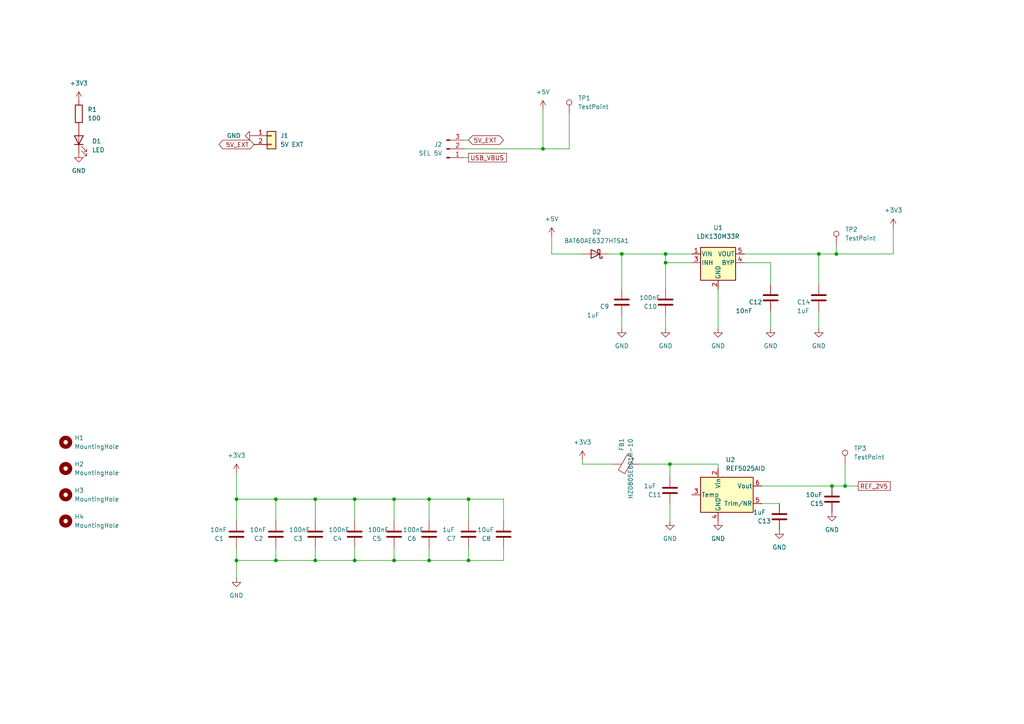
<source format=kicad_sch>
(kicad_sch (version 20231120) (generator "eeschema") (generator_version "8.0")
  (paper "A4")
  (lib_symbols
    (symbol "Connector:Conn_01x03_Male" (pin_names (offset 1.016) hide)
      (property "Reference" "J" (at 0 5.08 0))
      (property "Value" "Conn_01x03_Male" (at 0 -5.08 0))
      (symbol "Conn_01x03_Male_1_1"
        (polyline (pts (xy 1.27 -2.54) (xy 0.8636 -2.54)) (stroke (width 0.1524)))
        (polyline (pts (xy 1.27 0) (xy 0.8636 0)) (stroke (width 0.1524)))
        (polyline (pts (xy 1.27 2.54) (xy 0.8636 2.54)) (stroke (width 0.1524)))
        (rectangle (start 0.8636 -2.413) (end 0 -2.667) (stroke (width 0.1524)) (fill (type outline)))
        (rectangle (start 0.8636 0.127) (end 0 -0.127) (stroke (width 0.1524)) (fill (type outline)))
        (rectangle (start 0.8636 2.667) (end 0 2.413) (stroke (width 0.1524)) (fill (type outline)))
        (pin passive line (at 5.08 2.54 180) (length 3.81) (name "Pin_1") (number "1"))
        (pin passive line (at 5.08 0 180) (length 3.81) (name "Pin_2") (number "2"))
        (pin passive line (at 5.08 -2.54 180) (length 3.81) (name "Pin_3") (number "3"))
      )
    )
    (symbol "Connector:TestPoint" (pin_numbers hide) (pin_names (offset 0.762) hide)
      (property "Reference" "TP" (at 0 6.858 0))
      (property "Value" "TestPoint" (at 0 5.08 0))
      (symbol "TestPoint_0_1"
        (circle (center 0 3.302) (radius 0.762))
      )
      (symbol "TestPoint_1_1"
        (pin passive line (at 0 0 90) (length 2.54) (name "1") (number "1"))
      )
    )
    (symbol "Connector_Generic:Conn_01x02" (pin_names (offset 1.016) hide)
      (property "Reference" "J" (at 0 2.54 0))
      (property "Value" "Conn_01x02" (at 0 -5.08 0))
      (symbol "Conn_01x02_1_1"
        (rectangle (start -1.27 -2.413) (end 0 -2.667) (stroke (width 0.1524)))
        (rectangle (start -1.27 0.127) (end 0 -0.127) (stroke (width 0.1524)))
        (rectangle (start -1.27 1.27) (end 1.27 -3.81) (stroke (width 0.254)) (fill (type background)))
        (pin passive line (at -5.08 0 0) (length 3.81) (name "Pin_1") (number "1"))
        (pin passive line (at -5.08 -2.54 0) (length 3.81) (name "Pin_2") (number "2"))
      )
    )
    (symbol "Device:C" (pin_numbers hide) (pin_names (offset 0.254))
      (property "Reference" "C" (at 0.635 2.54 0))
      (property "Value" "C" (at 0.635 -2.54 0))
      (symbol "C_0_1"
        (polyline (pts (xy -2.032 -0.762) (xy 2.032 -0.762)) (stroke (width 0.508)))
        (polyline (pts (xy -2.032 0.762) (xy 2.032 0.762)) (stroke (width 0.508)))
      )
      (symbol "C_1_1"
        (pin passive line (at 0 3.81 270) (length 2.794) (name "~") (number "1"))
        (pin passive line (at 0 -3.81 90) (length 2.794) (name "~") (number "2"))
      )
    )
    (symbol "Device:FerriteBead" (pin_numbers hide) (pin_names (offset 0))
      (property "Reference" "FB" (at -3.81 0.635 90))
      (property "Value" "FerriteBead" (at 3.81 0 90))
      (symbol "FerriteBead_0_1"
        (polyline (pts (xy 0 -1.27) (xy 0 -1.2192)))
        (polyline (pts (xy 0 1.27) (xy 0 1.2954)))
        (polyline (pts (xy -2.7686 0.4064) (xy -1.7018 2.2606) (xy 2.7686 -0.3048) (xy 1.6764 -2.159) (xy -2.7686 0.4064)))
      )
      (symbol "FerriteBead_1_1"
        (pin passive line (at 0 3.81 270) (length 2.54) (name "~") (number "1"))
        (pin passive line (at 0 -3.81 90) (length 2.54) (name "~") (number "2"))
      )
    )
    (symbol "Device:LED" (pin_numbers hide) (pin_names (offset 1.016) hide)
      (property "Reference" "D" (at 0 2.54 0))
      (property "Value" "LED" (at 0 -2.54 0))
      (symbol "LED_0_1"
        (polyline (pts (xy -1.27 -1.27) (xy -1.27 1.27)) (stroke (width 0.254)))
        (polyline (pts (xy -1.27 0) (xy 1.27 0)))
        (polyline (pts (xy 1.27 -1.27) (xy 1.27 1.27) (xy -1.27 0) (xy 1.27 -1.27)) (stroke (width 0.254)))
        (polyline (pts (xy -3.048 -0.762) (xy -4.572 -2.286) (xy -3.81 -2.286) (xy -4.572 -2.286) (xy -4.572 -1.524)))
        (polyline (pts (xy -1.778 -0.762) (xy -3.302 -2.286) (xy -2.54 -2.286) (xy -3.302 -2.286) (xy -3.302 -1.524)))
      )
      (symbol "LED_1_1"
        (pin passive line (at -3.81 0 0) (length 2.54) (name "K") (number "1"))
        (pin passive line (at 3.81 0 180) (length 2.54) (name "A") (number "2"))
      )
    )
    (symbol "Device:R" (pin_numbers hide) (pin_names (offset 0))
      (property "Reference" "R" (at 2.032 0 90))
      (property "Value" "R" (at 0 0 90))
      (symbol "R_0_1"
        (rectangle (start -1.016 -2.54) (end 1.016 2.54) (stroke (width 0.254)))
      )
      (symbol "R_1_1"
        (pin passive line (at 0 3.81 270) (length 1.27) (name "~") (number "1"))
        (pin passive line (at 0 -3.81 90) (length 1.27) (name "~") (number "2"))
      )
    )
    (symbol "Diode:BAT60A" (pin_numbers hide) (pin_names (offset 1.016) hide)
      (property "Reference" "D" (at 0 2.54 0))
      (property "Value" "BAT60A" (at 0 -2.54 0))
      (symbol "BAT60A_0_1"
        (polyline (pts (xy 1.27 0) (xy -1.27 0)))
        (polyline (pts (xy 1.27 1.27) (xy 1.27 -1.27) (xy -1.27 0) (xy 1.27 1.27)) (stroke (width 0.254)))
        (polyline (pts (xy -1.905 0.635) (xy -1.905 1.27) (xy -1.27 1.27) (xy -1.27 -1.27) (xy -0.635 -1.27) (xy -0.635 -0.635)) (stroke (width 0.254)))
      )
      (symbol "BAT60A_1_1"
        (pin passive line (at -3.81 0 0) (length 2.54) (name "K") (number "1"))
        (pin passive line (at 3.81 0 180) (length 2.54) (name "A") (number "2"))
      )
    )
    (symbol "Mechanical:MountingHole" (pin_names (offset 1.016)) (exclude_from_sim yes) (in_bom no)
      (property "Reference" "H" (at 0 5.08 0))
      (property "Value" "MountingHole" (at 0 3.175 0))
      (symbol "MountingHole_0_1"
        (circle (center 0 0) (radius 1.27) (stroke (width 1.27)))
      )
    )
    (symbol "Reference_Voltage:REF5025AD" (pin_names (offset 0.254))
      (property "Reference" "U" (at -1.27 8.255 0))
      (property "Value" "REF5025AD" (at -1.27 6.35 0))
      (symbol "REF5025AD_0_1"
        (rectangle (start -7.62 5.08) (end 7.62 -5.08) (stroke (width 0.254)) (fill (type background)))
      )
      (symbol "REF5025AD_1_1"
        (pin no_connect line (at -7.62 2.54 0) (length 2.54) hide (name "DNC") (number "1"))
        (pin power_in line (at -2.54 7.62 270) (length 2.54) (name "Vin") (number "2"))
        (pin passive line (at -10.16 0 0) (length 2.54) (name "Temp") (number "3"))
        (pin power_in line (at -2.54 -7.62 90) (length 2.54) (name "GND") (number "4"))
        (pin passive line (at 10.16 -2.54 180) (length 2.54) (name "Trim/NR") (number "5"))
        (pin power_out line (at 10.16 2.54 180) (length 2.54) (name "Vout") (number "6"))
        (pin no_connect line (at -5.08 -5.08 90) (length 2.54) hide (name "NC") (number "7"))
        (pin no_connect line (at 7.62 0 180) (length 2.54) hide (name "DNC") (number "8"))
      )
    )
    (symbol "Regulator_Linear:LD3985M33R_SOT23" (pin_names (offset 0.254))
      (property "Reference" "U" (at -3.81 5.715 0))
      (property "Value" "LD3985M33R_SOT23" (at 0 5.715 0))
      (symbol "LD3985M33R_SOT23_0_1"
        (rectangle (start -5.08 4.445) (end 5.08 -5.08) (stroke (width 0.254)) (fill (type background)))
      )
      (symbol "LD3985M33R_SOT23_1_1"
        (pin power_in line (at -7.62 2.54 0) (length 2.54) (name "VIN") (number "1"))
        (pin power_in line (at 0 -7.62 90) (length 2.54) (name "GND") (number "2"))
        (pin input line (at -7.62 0 0) (length 2.54) (name "INH") (number "3"))
        (pin input line (at 7.62 0 180) (length 2.54) (name "BYP") (number "4"))
        (pin power_out line (at 7.62 2.54 180) (length 2.54) (name "VOUT") (number "5"))
      )
    )
    (symbol "power:+3.3V" (power) (pin_names (offset 0))
      (property "Value" "+3.3V" (at 0 3.556 0))
      (symbol "+3.3V_0_1"
        (polyline (pts (xy -0.762 1.27) (xy 0 2.54)))
        (polyline (pts (xy 0 0) (xy 0 2.54)))
        (polyline (pts (xy 0 2.54) (xy 0.762 1.27)))
      )
      (symbol "+3.3V_1_1"
        (pin power_in line (at 0 0 90) (length 0) hide (name "+3V3") (number "1"))
      )
    )
    (symbol "power:+5V" (power) (pin_names (offset 0))
      (property "Value" "+5V" (at 0 3.556 0))
      (symbol "+5V_0_1"
        (polyline (pts (xy -0.762 1.27) (xy 0 2.54)))
        (polyline (pts (xy 0 0) (xy 0 2.54)))
        (polyline (pts (xy 0 2.54) (xy 0.762 1.27)))
      )
      (symbol "+5V_1_1"
        (pin power_in line (at 0 0 90) (length 0) hide (name "+5V") (number "1"))
      )
    )
    (symbol "power:GND" (power) (pin_names (offset 0))
      (property "Value" "GND" (at 0 -3.81 0))
      (symbol "GND_0_1"
        (polyline (pts (xy 0 0) (xy 0 -1.27) (xy 1.27 -1.27) (xy 0 -2.54) (xy -1.27 -1.27) (xy 0 -1.27)))
      )
      (symbol "GND_1_1"
        (pin power_in line (at 0 0 270) (length 0) hide (name "GND") (number "1"))
      )
    )
  )
  (junction (at 245.11 140.97))
  (junction (at 68.58 162.56))
  (junction (at 102.87 144.78))
  (junction (at 114.3 162.56))
  (junction (at 91.44 162.56))
  (junction (at 68.58 144.78))
  (junction (at 135.89 162.56))
  (junction (at 180.34 73.66))
  (junction (at 157.48 43.18))
  (junction (at 242.57 73.66))
  (junction (at 80.01 162.56))
  (junction (at 124.46 144.78))
  (junction (at 194.31 134.62))
  (junction (at 80.01 144.78))
  (junction (at 193.04 73.66))
  (junction (at 114.3 144.78))
  (junction (at 193.04 76.2))
  (junction (at 124.46 162.56))
  (junction (at 91.44 144.78))
  (junction (at 241.3 140.97))
  (junction (at 102.87 162.56))
  (junction (at 237.49 73.66))
  (junction (at 135.89 144.78))
  (wire (pts (xy 135.89 144.78) (xy 135.89 151.13)))
  (wire (pts (xy 185.42 134.62) (xy 194.31 134.62)))
  (wire (pts (xy 124.46 162.56) (xy 124.46 158.75)))
  (wire (pts (xy 215.9 76.2) (xy 223.52 76.2)))
  (wire (pts (xy 208.28 134.62) (xy 208.28 135.89)))
  (wire (pts (xy 160.02 73.66) (xy 168.91 73.66)))
  (wire (pts (xy 114.3 162.56) (xy 124.46 162.56)))
  (wire (pts (xy 259.08 66.04) (xy 259.08 73.66)))
  (wire (pts (xy 68.58 137.16) (xy 68.58 144.78)))
  (wire (pts (xy 102.87 144.78) (xy 114.3 144.78)))
  (wire (pts (xy 194.31 151.13) (xy 194.31 146.05)))
  (wire (pts (xy 135.89 162.56) (xy 146.05 162.56)))
  (wire (pts (xy 241.3 140.97) (xy 245.11 140.97)))
  (wire (pts (xy 176.53 73.66) (xy 180.34 73.66)))
  (wire (pts (xy 102.87 158.75) (xy 102.87 162.56)))
  (wire (pts (xy 237.49 90.17) (xy 237.49 95.25)))
  (wire (pts (xy 165.1 33.02) (xy 165.1 43.18)))
  (wire (pts (xy 134.62 45.72) (xy 135.89 45.72)))
  (wire (pts (xy 80.01 144.78) (xy 91.44 144.78)))
  (wire (pts (xy 165.1 43.18) (xy 157.48 43.18)))
  (wire (pts (xy 124.46 144.78) (xy 124.46 151.13)))
  (wire (pts (xy 237.49 82.55) (xy 237.49 73.66)))
  (wire (pts (xy 68.58 144.78) (xy 80.01 144.78)))
  (wire (pts (xy 242.57 71.12) (xy 242.57 73.66)))
  (wire (pts (xy 124.46 162.56) (xy 135.89 162.56)))
  (wire (pts (xy 135.89 158.75) (xy 135.89 162.56)))
  (wire (pts (xy 68.58 151.13) (xy 68.58 144.78)))
  (wire (pts (xy 102.87 162.56) (xy 114.3 162.56)))
  (wire (pts (xy 157.48 31.75) (xy 157.48 43.18)))
  (wire (pts (xy 146.05 162.56) (xy 146.05 158.75)))
  (wire (pts (xy 68.58 162.56) (xy 80.01 162.56)))
  (wire (pts (xy 114.3 158.75) (xy 114.3 162.56)))
  (wire (pts (xy 68.58 158.75) (xy 68.58 162.56)))
  (wire (pts (xy 68.58 162.56) (xy 68.58 167.64)))
  (wire (pts (xy 91.44 158.75) (xy 91.44 162.56)))
  (wire (pts (xy 80.01 162.56) (xy 91.44 162.56)))
  (wire (pts (xy 124.46 144.78) (xy 135.89 144.78)))
  (wire (pts (xy 193.04 91.44) (xy 193.04 95.25)))
  (wire (pts (xy 220.98 140.97) (xy 241.3 140.97)))
  (wire (pts (xy 180.34 83.82) (xy 180.34 73.66)))
  (wire (pts (xy 146.05 144.78) (xy 146.05 151.13)))
  (wire (pts (xy 193.04 76.2) (xy 200.66 76.2)))
  (wire (pts (xy 102.87 144.78) (xy 102.87 151.13)))
  (wire (pts (xy 91.44 151.13) (xy 91.44 144.78)))
  (wire (pts (xy 91.44 162.56) (xy 102.87 162.56)))
  (wire (pts (xy 194.31 134.62) (xy 208.28 134.62)))
  (wire (pts (xy 245.11 134.62) (xy 245.11 140.97)))
  (wire (pts (xy 180.34 91.44) (xy 180.34 95.25)))
  (wire (pts (xy 237.49 73.66) (xy 242.57 73.66)))
  (wire (pts (xy 194.31 134.62) (xy 194.31 138.43)))
  (wire (pts (xy 193.04 83.82) (xy 193.04 76.2)))
  (wire (pts (xy 80.01 144.78) (xy 80.01 151.13)))
  (wire (pts (xy 223.52 76.2) (xy 223.52 82.55)))
  (wire (pts (xy 223.52 90.17) (xy 223.52 95.25)))
  (wire (pts (xy 208.28 83.82) (xy 208.28 95.25)))
  (wire (pts (xy 245.11 140.97) (xy 248.92 140.97)))
  (wire (pts (xy 135.89 144.78) (xy 146.05 144.78)))
  (wire (pts (xy 220.98 146.05) (xy 226.06 146.05)))
  (wire (pts (xy 180.34 73.66) (xy 193.04 73.66)))
  (wire (pts (xy 114.3 144.78) (xy 114.3 151.13)))
  (wire (pts (xy 134.62 43.18) (xy 157.48 43.18)))
  (wire (pts (xy 200.66 73.66) (xy 193.04 73.66)))
  (wire (pts (xy 160.02 68.58) (xy 160.02 73.66)))
  (wire (pts (xy 80.01 158.75) (xy 80.01 162.56)))
  (wire (pts (xy 168.91 134.62) (xy 168.91 133.35)))
  (wire (pts (xy 168.91 134.62) (xy 177.8 134.62)))
  (wire (pts (xy 91.44 144.78) (xy 102.87 144.78)))
  (wire (pts (xy 193.04 73.66) (xy 193.04 76.2)))
  (wire (pts (xy 114.3 144.78) (xy 124.46 144.78)))
  (wire (pts (xy 242.57 73.66) (xy 259.08 73.66)))
  (wire (pts (xy 135.89 40.64) (xy 134.62 40.64)))
  (wire (pts (xy 237.49 73.66) (xy 215.9 73.66)))
  (global_label "5V_EXT" (shape bidirectional) (at 73.66 41.91 180) (property "Intersheetrefs" "${INTERSHEET_REFS}" (effects (hide yes))))
  (global_label "REF_2V5" (shape passive) (at 248.92 140.97 0) (property "Intersheetrefs" "${INTERSHEET_REFS}" (effects (hide yes))))
  (global_label "5V_EXT" (shape bidirectional) (at 135.89 40.64 0) (property "Intersheetrefs" "${INTERSHEET_REFS}" (effects (hide yes))))
  (global_label "USB_VBUS" (shape passive) (at 135.89 45.72 0) (property "Intersheetrefs" "${INTERSHEET_REFS}" (effects (hide yes))))
  (symbol (lib_id "power:GND") (at 208.28 95.25 0) (unit 1)
    (property "Reference" "#PWR012" (effects (hide yes)))
    (property "Value" "GND" (at 208.28 100.33 0))
  )
  (symbol (lib_id "Device:R") (at 22.86 33.02 180) (unit 1)
    (property "Reference" "R1" (at 25.4 31.7499 0) (effects (justify right)))
    (property "Value" "100" (at 25.4 34.2899 0) (effects (justify right)))
    (property "Footprint" "Resistor_SMD:R_0805_2012Metric" (effects (hide yes)))
    (property "Datasheet" "https://www.farnell.com/datasheets/2310790.pdf" (effects (hide yes)))
    (property "Description" "Resistor" (effects (hide yes)))
    (property "Farnell" "1652906" (effects (hide yes)))
    (property "Manufacturer_Part_Number" "AC0805FR-07100RL" (effects (hide yes)))
    (property "LCSC" "C138274" (effects (hide yes)))
    (property "Manufacturer_Name" "VISHAY" (effects (hide yes)))
    (property "Mouser Part Number" "CRCW0805100RFKTA" (effects (hide yes)))
  )
  (symbol (lib_id "Device:C") (at 193.04 87.63 0) (mirror x) (unit 1)
    (property "Reference" "C10" (at 186.69 88.9 0) (effects (justify left)))
    (property "Value" "100nF" (at 185.42 86.36 0) (effects (justify left)))
    (property "Footprint" "Capacitor_SMD:C_0805_2012Metric" (effects (hide yes)))
    (property "Datasheet" "https://datasheets.kyocera-avx.com/FlexitermMLCC.pdf" (effects (hide yes)))
    (property "Description" "50V 100nF X7R ±10% 0805 Multilayer Ceramic Capacitors MLCC - SMD/SMT ROHS" (effects (hide yes)))
    (property "MANUFACTURER" "Samsung" (effects (hide yes)))
    (property "Manufacturer_Name" "KYOCERA AVX" (effects (hide yes)))
    (property "Manufacturer_Part_Number" "CL21B104KBCNNNC" (effects (hide yes)))
    (property "LCSC" "C1711" (effects (hide yes)))
    (property "Digi-Key Part Number" "478-KAF21KR72A104MUCT-ND" (effects (hide yes)))
    (property "Farnell" "3500373" (effects (hide yes)))
    (property "Mouser Part Number" "08051C104M4Z2A" (effects (hide yes)))
  )
  (symbol (lib_id "Connector:TestPoint") (at 165.1 33.02 0) (unit 1)
    (property "Reference" "TP1" (at 167.64 28.4479 0) (effects (justify left)))
    (property "Value" "TestPoint" (at 167.64 30.9879 0) (effects (justify left)))
    (property "Footprint" "TestPoint:TestPoint_Pad_1.0x1.0mm" (effects (hide yes)))
    (property "Description" "test point" (effects (hide yes)))
  )
  (symbol (lib_id "Device:C") (at 146.05 154.94 0) (mirror x) (unit 1)
    (property "Reference" "C8" (at 139.7 156.21 0) (effects (justify left)))
    (property "Value" "10uF" (at 138.43 153.67 0) (effects (justify left)))
    (property "Footprint" "Capacitor_SMD:C_0805_2012Metric" (effects (hide yes)))
    (property "Datasheet" "https://www.farnell.com/datasheets/3768562.pdf" (effects (hide yes)))
    (property "Description" "10 µF ±10% 16V Ceramic Capacitor X5R 0805 (2012 Metric)" (effects (hide yes)))
    (property "MANUFACTURER" "Samsung" (effects (hide yes)))
    (property "Manufacturer_Name" "KYOCERA AVX" (effects (hide yes)))
    (property "Manufacturer_Part_Number" "CL21A106KOQNNNG" (effects (hide yes)))
    (property "LCSC" "C307520" (effects (hide yes)))
    (property "Digi-Key Part Number" "478-KGM21AR51A106MUCT-ND" (effects (hide yes)))
    (property "Farnell" "2332831" (effects (hide yes)))
    (property "Mouser Part Number" "0805ZD106MAT2A" (effects (hide yes)))
  )
  (symbol (lib_id "power:GND") (at 68.58 167.64 0) (unit 1)
    (property "Reference" "#PWR04" (effects (hide yes)))
    (property "Value" "GND" (at 68.58 172.72 0))
  )
  (symbol (lib_id "Mechanical:MountingHole") (at 19.05 143.51 0) (unit 1) (exclude_from_sim yes) (in_bom no)
    (property "Reference" "H3" (at 21.59 142.2399 0) (effects (justify left)))
    (property "Value" "MountingHole" (at 21.59 144.7799 0) (effects (justify left)))
    (property "Footprint" "MountingHole:MountingHole_3mm" (effects (hide yes)))
    (property "Description" "Mounting Hole without connection" (effects (hide yes)))
  )
  (symbol (lib_id "Mechanical:MountingHole") (at 19.05 128.27 0) (unit 1) (exclude_from_sim yes) (in_bom no)
    (property "Reference" "H1" (at 21.59 126.9999 0) (effects (justify left)))
    (property "Value" "MountingHole" (at 21.59 129.5399 0) (effects (justify left)))
    (property "Footprint" "MountingHole:MountingHole_3mm" (effects (hide yes)))
    (property "Description" "Mounting Hole without connection" (effects (hide yes)))
  )
  (symbol (lib_id "Connector:TestPoint") (at 245.11 134.62 0) (unit 1)
    (property "Reference" "TP3" (at 247.65 130.0479 0) (effects (justify left)))
    (property "Value" "TestPoint" (at 247.65 132.5879 0) (effects (justify left)))
    (property "Footprint" "TestPoint:TestPoint_Pad_1.0x1.0mm" (effects (hide yes)))
    (property "Description" "test point" (effects (hide yes)))
  )
  (symbol (lib_id "Device:C") (at 237.49 86.36 0) (mirror x) (unit 1)
    (property "Reference" "C14" (at 231.14 87.63 0) (effects (justify left)))
    (property "Value" "1uF" (at 231.14 90.17 0) (effects (justify left)))
    (property "Footprint" "Capacitor_SMD:C_0805_2012Metric" (effects (hide yes)))
    (property "Datasheet" "https://search.kemet.com/component-documentation/download/specsheet/C0805C105K4PACTU" (effects (hide yes)))
    (property "Description" "1 µF ±10% 50V Ceramic Capacitor X5R 0805 (2012 Metric)" (effects (hide yes)))
    (property "MANUFACTURER" "Samsung" (effects (hide yes)))
    (property "Manufacturer_Name" "KEMET" (effects (hide yes)))
    (property "Manufacturer_Part_Number" "CL21A105KBCLNNC" (effects (hide yes)))
    (property "LCSC" "C318694" (effects (hide yes)))
    (property "Digi-Key Part Number" "399-C0805C105K4PAC7800CT-ND" (effects (hide yes)))
    (property "Farnell" "2522445" (effects (hide yes)))
    (property "Mouser Part Number" "C0805C105K4PACTU" (effects (hide yes)))
  )
  (symbol (lib_id "power:GND") (at 223.52 95.25 0) (unit 1)
    (property "Reference" "#PWR014" (effects (hide yes)))
    (property "Value" "GND" (at 223.52 100.33 0))
  )
  (symbol (lib_id "Device:C") (at 124.46 154.94 0) (mirror x) (unit 1)
    (property "Reference" "C6" (at 118.11 156.21 0) (effects (justify left)))
    (property "Value" "100nF" (at 116.84 153.67 0) (effects (justify left)))
    (property "Footprint" "Capacitor_SMD:C_0805_2012Metric" (effects (hide yes)))
    (property "Datasheet" "https://datasheets.kyocera-avx.com/FlexitermMLCC.pdf" (effects (hide yes)))
    (property "Description" "50V 100nF X7R ±10% 0805 Multilayer Ceramic Capacitors MLCC - SMD/SMT ROHS" (effects (hide yes)))
    (property "MANUFACTURER" "Samsung" (effects (hide yes)))
    (property "Manufacturer_Name" "KYOCERA AVX" (effects (hide yes)))
    (property "Manufacturer_Part_Number" "CL21B104KBCNNNC" (effects (hide yes)))
    (property "LCSC" "C1711" (effects (hide yes)))
    (property "Digi-Key Part Number" "478-KAF21KR72A104MUCT-ND" (effects (hide yes)))
    (property "Farnell" "3500373" (effects (hide yes)))
    (property "Mouser Part Number" "08051C104M4Z2A" (effects (hide yes)))
  )
  (symbol (lib_id "power:GND") (at 241.3 148.59 0) (unit 1)
    (property "Reference" "#PWR017" (effects (hide yes)))
    (property "Value" "GND" (at 241.3 153.67 0))
    (property "Description" "Power symbol creates a global label with name \"GND\" , ground" (effects (hide yes)))
  )
  (symbol (lib_id "Device:C") (at 102.87 154.94 0) (mirror x) (unit 1)
    (property "Reference" "C4" (at 96.52 156.21 0) (effects (justify left)))
    (property "Value" "100nF" (at 95.25 153.67 0) (effects (justify left)))
    (property "Footprint" "Capacitor_SMD:C_0805_2012Metric" (effects (hide yes)))
    (property "Datasheet" "https://datasheets.kyocera-avx.com/FlexitermMLCC.pdf" (effects (hide yes)))
    (property "Description" "50V 100nF X7R ±10% 0805 Multilayer Ceramic Capacitors MLCC - SMD/SMT ROHS" (effects (hide yes)))
    (property "MANUFACTURER" "Samsung" (effects (hide yes)))
    (property "Manufacturer_Name" "KYOCERA AVX" (effects (hide yes)))
    (property "Manufacturer_Part_Number" "CL21B104KBCNNNC" (effects (hide yes)))
    (property "LCSC" "C1711" (effects (hide yes)))
    (property "Digi-Key Part Number" "478-KAF21KR72A104MUCT-ND" (effects (hide yes)))
    (property "Farnell" "3500373" (effects (hide yes)))
    (property "Mouser Part Number" "08051C104M4Z2A" (effects (hide yes)))
  )
  (symbol (lib_id "Mechanical:MountingHole") (at 19.05 151.13 0) (unit 1) (exclude_from_sim yes) (in_bom no)
    (property "Reference" "H4" (at 21.59 149.8599 0) (effects (justify left)))
    (property "Value" "MountingHole" (at 21.59 152.3999 0) (effects (justify left)))
    (property "Footprint" "MountingHole:MountingHole_3mm" (effects (hide yes)))
    (property "Description" "Mounting Hole without connection" (effects (hide yes)))
  )
  (symbol (lib_id "power:+3.3V") (at 22.86 29.21 0) (unit 1)
    (property "Reference" "#PWR01" (effects (hide yes)))
    (property "Value" "+3V3" (at 22.86 24.13 0))
  )
  (symbol (lib_id "Connector_Generic:Conn_01x02") (at 78.74 39.37 0) (unit 1)
    (property "Reference" "J1" (at 81.28 39.3699 0) (effects (justify left)))
    (property "Value" "5V EXT" (at 81.28 41.9099 0) (effects (justify left)))
    (property "Footprint" "Connector_PinHeader_2.54mm:PinHeader_1x02_P2.54mm_Horizontal" (effects (hide yes)))
    (property "Datasheet" "https://www.farnell.com/datasheets/3148563.pdf" (effects (hide yes)))
    (property "Description" "Connector Header Through Hole 2 position 0.100\" (2.54mm)" (effects (hide yes)))
    (property "MANUFACTURER" "Samtec" (effects (hide yes)))
    (property "Manufacturer_Name" "MULTICOMP PRO" (effects (hide yes)))
    (property "Manufacturer_Part_Number" "TSW-102-14-TM-S" (effects (hide yes)))
    (property "Farnell" "1593426" (effects (hide yes)))
    (property "Mouser Part Number" "MC34745" (effects (hide yes)))
  )
  (symbol (lib_id "Reference_Voltage:REF5025AD") (at 210.82 143.51 0) (unit 1)
    (property "Reference" "U2" (at 210.4741 133.35 0) (effects (justify left)))
    (property "Value" "REF5025AID" (at 210.4741 135.89 0) (effects (justify left)))
    (property "Footprint" "Package_SO:SOIC-8_3.9x4.9mm_P1.27mm" (effects (hide yes)))
    (property "Datasheet" "https://www.ti.com/general/docs/suppproductinfo.tsp?distId=10&gotoUrl=https%3A%2F%2Fwww.ti.com%2Flit%2Fgpn%2Fref5020" (effects (hide yes)))
    (property "Description" "2.5V 0.1% 10mA Low Noise Precision Voltage Reference, SO-8" (effects (hide yes)))
    (property "Digi-Key Part Number" "296-22203-5-ND" (effects (hide yes)))
    (property "Manufacturer_Name" "TEXAS INSTRUMENTS" (effects (hide yes)))
    (property "Mouser Part Number" "REF5025AID" (effects (hide yes)))
  )
  (symbol (lib_id "power:GND") (at 180.34 95.25 0) (unit 1)
    (property "Reference" "#PWR09" (effects (hide yes)))
    (property "Value" "GND" (at 180.34 100.33 0))
  )
  (symbol (lib_id "Device:C") (at 226.06 149.86 0) (mirror x) (unit 1)
    (property "Reference" "C13" (at 219.71 151.13 0) (effects (justify left)))
    (property "Value" "1uF" (at 218.44 148.59 0) (effects (justify left)))
    (property "Footprint" "Capacitor_SMD:C_0805_2012Metric" (effects (hide yes)))
    (property "Datasheet" "https://search.kemet.com/component-documentation/download/specsheet/C0805C105K4PACTU" (effects (hide yes)))
    (property "Description" "1 µF ±10% 50V Ceramic Capacitor X5R 0805 (2012 Metric)" (effects (hide yes)))
    (property "MANUFACTURER" "Samsung" (effects (hide yes)))
    (property "Manufacturer_Name" "KEMET" (effects (hide yes)))
    (property "Manufacturer_Part_Number" "CL21A105KBCLNNC" (effects (hide yes)))
    (property "LCSC" "C318694" (effects (hide yes)))
    (property "Digi-Key Part Number" "399-C0805C105K4PAC7800CT-ND" (effects (hide yes)))
    (property "Farnell" "2522445" (effects (hide yes)))
    (property "Mouser Part Number" "C0805C105K4PACTU" (effects (hide yes)))
  )
  (symbol (lib_id "Diode:BAT60A") (at 172.72 73.66 180) (unit 1)
    (property "Reference" "D2" (at 173.0375 67.31 0))
    (property "Value" "BAT60AE6327HTSA1" (at 173.0375 69.85 0))
    (property "Footprint" "Diode_SMD:D_SOD-323" (effects (hide yes)))
    (property "Datasheet" "https://www.farnell.com/datasheets/1835968.pdf" (effects (hide yes)))
    (property "Description" "600μA@8V 10V Single 3A 300mV@1A SOD-323 Schottky Barrier Diodes (SBD) ROHS" (effects (hide yes)))
    (property "MANUFACTURER" "Infineon Technologies" (effects (hide yes)))
    (property "Manufacturer_Name" "INFINEON" (effects (hide yes)))
    (property "Manufacturer_Part_Number" "BAT60AE6327HTSA1" (effects (hide yes)))
    (property "Digi-Key Part Number" "BAT60AE6327HTSA1CT-ND" (effects (hide yes)))
    (property "Farnell" "2432679" (effects (hide yes)))
    (property "Mouser Part Number" "BAT60AE6327HTSA1" (effects (hide yes)))
  )
  (symbol (lib_id "Device:C") (at 80.01 154.94 0) (mirror x) (unit 1)
    (property "Reference" "C2" (at 73.66 156.21 0) (effects (justify left)))
    (property "Value" "10nF" (at 72.39 153.67 0) (effects (justify left)))
    (property "Footprint" "Capacitor_SMD:C_0805_2012Metric" (effects (hide yes)))
    (property "Datasheet" "https://content.kemet.com/datasheets/KEM_C1002_X7R_SMD.pdf" (effects (hide yes)))
    (property "Description" "10000 pF ±10% 50V Ceramic Capacitor X7R 0805 (2012 Metric)" (effects (hide yes)))
    (property "MANUFACTURER" "Samsung" (effects (hide yes)))
    (property "Manufacturer_Name" "KEMET" (effects (hide yes)))
    (property "Manufacturer_Part_Number" "CL21B103KBANNNC" (effects (hide yes)))
    (property "LCSC" "C1710" (effects (hide yes)))
    (property "Digi-Key Part Number" "399-C0805C103K1RAC7800CT-ND" (effects (hide yes)))
    (property "Farnell" "1414661" (effects (hide yes)))
    (property "Mouser Part Number" "C0805C103K1RACTU" (effects (hide yes)))
  )
  (symbol (lib_id "Device:C") (at 241.3 144.78 0) (mirror x) (unit 1)
    (property "Reference" "C15" (at 234.95 146.05 0) (effects (justify left)))
    (property "Value" "10uF" (at 233.68 143.51 0) (effects (justify left)))
    (property "Footprint" "Capacitor_SMD:C_0805_2012Metric" (effects (hide yes)))
    (property "Datasheet" "https://www.farnell.com/datasheets/3768562.pdf" (effects (hide yes)))
    (property "Description" "10 µF ±10% 16V Ceramic Capacitor X5R 0805 (2012 Metric)" (effects (hide yes)))
    (property "MANUFACTURER" "Samsung" (effects (hide yes)))
    (property "Manufacturer_Name" "KYOCERA AVX" (effects (hide yes)))
    (property "Manufacturer_Part_Number" "CL21A106KOQNNNG" (effects (hide yes)))
    (property "LCSC" "C307520" (effects (hide yes)))
    (property "Digi-Key Part Number" "478-KGM21AR51A106MUCT-ND" (effects (hide yes)))
    (property "Farnell" "2332831" (effects (hide yes)))
    (property "Mouser Part Number" "0805ZD106MAT2A" (effects (hide yes)))
  )
  (symbol (lib_id "power:GND") (at 226.06 153.67 0) (unit 1)
    (property "Reference" "#PWR015" (effects (hide yes)))
    (property "Value" "GND" (at 226.06 158.75 0))
    (property "Description" "Power symbol creates a global label with name \"GND\" , ground" (effects (hide yes)))
  )
  (symbol (lib_id "power:GND") (at 193.04 95.25 0) (unit 1)
    (property "Reference" "#PWR010" (effects (hide yes)))
    (property "Value" "GND" (at 193.04 100.33 0))
  )
  (symbol (lib_id "Device:C") (at 91.44 154.94 0) (mirror x) (unit 1)
    (property "Reference" "C3" (at 85.09 156.21 0) (effects (justify left)))
    (property "Value" "100nF" (at 83.82 153.67 0) (effects (justify left)))
    (property "Footprint" "Capacitor_SMD:C_0805_2012Metric" (effects (hide yes)))
    (property "Datasheet" "https://datasheets.kyocera-avx.com/FlexitermMLCC.pdf" (effects (hide yes)))
    (property "Description" "50V 100nF X7R ±10% 0805 Multilayer Ceramic Capacitors MLCC - SMD/SMT ROHS" (effects (hide yes)))
    (property "MANUFACTURER" "Samsung" (effects (hide yes)))
    (property "Manufacturer_Name" "KYOCERA AVX" (effects (hide yes)))
    (property "Manufacturer_Part_Number" "CL21B104KBCNNNC" (effects (hide yes)))
    (property "LCSC" "C1711" (effects (hide yes)))
    (property "Digi-Key Part Number" "478-KAF21KR72A104MUCT-ND" (effects (hide yes)))
    (property "Farnell" "3500373" (effects (hide yes)))
    (property "Mouser Part Number" "08051C104M4Z2A" (effects (hide yes)))
  )
  (symbol (lib_id "Device:C") (at 194.31 142.24 0) (mirror x) (unit 1)
    (property "Reference" "C11" (at 187.96 143.51 0) (effects (justify left)))
    (property "Value" "1uF" (at 186.69 140.97 0) (effects (justify left)))
    (property "Footprint" "Capacitor_SMD:C_0805_2012Metric" (effects (hide yes)))
    (property "Datasheet" "https://search.kemet.com/component-documentation/download/specsheet/C0805C105K4PACTU" (effects (hide yes)))
    (property "Description" "1 µF ±10% 50V Ceramic Capacitor X5R 0805 (2012 Metric)" (effects (hide yes)))
    (property "MANUFACTURER" "Samsung" (effects (hide yes)))
    (property "Manufacturer_Name" "KEMET" (effects (hide yes)))
    (property "Manufacturer_Part_Number" "CL21A105KBCLNNC" (effects (hide yes)))
    (property "LCSC" "C318694" (effects (hide yes)))
    (property "Digi-Key Part Number" "399-C0805C105K4PAC7800CT-ND" (effects (hide yes)))
    (property "Farnell" "2522445" (effects (hide yes)))
    (property "Mouser Part Number" "C0805C105K4PACTU" (effects (hide yes)))
  )
  (symbol (lib_id "power:+3.3V") (at 168.91 133.35 0) (unit 1)
    (property "Reference" "#PWR08" (effects (hide yes)))
    (property "Value" "+3V3" (at 168.91 128.27 0))
  )
  (symbol (lib_id "Device:C") (at 135.89 154.94 0) (mirror x) (unit 1)
    (property "Reference" "C7" (at 129.54 156.21 0) (effects (justify left)))
    (property "Value" "1uF" (at 128.27 153.67 0) (effects (justify left)))
    (property "Footprint" "Capacitor_SMD:C_0805_2012Metric" (effects (hide yes)))
    (property "Datasheet" "https://search.kemet.com/component-documentation/download/specsheet/C0805C105K4PACTU" (effects (hide yes)))
    (property "Description" "1 µF ±10% 50V Ceramic Capacitor X5R 0805 (2012 Metric)" (effects (hide yes)))
    (property "MANUFACTURER" "Samsung" (effects (hide yes)))
    (property "Manufacturer_Name" "KEMET" (effects (hide yes)))
    (property "Manufacturer_Part_Number" "CL21A105KBCLNNC" (effects (hide yes)))
    (property "LCSC" "C318694" (effects (hide yes)))
    (property "Digi-Key Part Number" "399-C0805C105K4PAC7800CT-ND" (effects (hide yes)))
    (property "Farnell" "2522445" (effects (hide yes)))
    (property "Mouser Part Number" "C0805C105K4PACTU" (effects (hide yes)))
  )
  (symbol (lib_id "power:GND") (at 237.49 95.25 0) (unit 1)
    (property "Reference" "#PWR016" (effects (hide yes)))
    (property "Value" "GND" (at 237.49 100.33 0))
  )
  (symbol (lib_id "power:+5V") (at 160.02 68.58 0) (unit 1)
    (property "Reference" "#PWR07" (effects (hide yes)))
    (property "Value" "+5V" (at 160.02 63.5 0))
  )
  (symbol (lib_id "Mechanical:MountingHole") (at 19.05 135.89 0) (unit 1) (exclude_from_sim yes) (in_bom no)
    (property "Reference" "H2" (at 21.59 134.6199 0) (effects (justify left)))
    (property "Value" "MountingHole" (at 21.59 137.1599 0) (effects (justify left)))
    (property "Footprint" "MountingHole:MountingHole_3mm" (effects (hide yes)))
    (property "Description" "Mounting Hole without connection" (effects (hide yes)))
  )
  (symbol (lib_id "Device:C") (at 114.3 154.94 0) (mirror x) (unit 1)
    (property "Reference" "C5" (at 107.95 156.21 0) (effects (justify left)))
    (property "Value" "100nF" (at 106.68 153.67 0) (effects (justify left)))
    (property "Footprint" "Capacitor_SMD:C_0805_2012Metric" (effects (hide yes)))
    (property "Datasheet" "https://datasheets.kyocera-avx.com/FlexitermMLCC.pdf" (effects (hide yes)))
    (property "Description" "50V 100nF X7R ±10% 0805 Multilayer Ceramic Capacitors MLCC - SMD/SMT ROHS" (effects (hide yes)))
    (property "MANUFACTURER" "Samsung" (effects (hide yes)))
    (property "Manufacturer_Name" "KYOCERA AVX" (effects (hide yes)))
    (property "Manufacturer_Part_Number" "CL21B104KBCNNNC" (effects (hide yes)))
    (property "LCSC" "C1711" (effects (hide yes)))
    (property "Digi-Key Part Number" "478-KAF21KR72A104MUCT-ND" (effects (hide yes)))
    (property "Farnell" "3500373" (effects (hide yes)))
    (property "Mouser Part Number" "08051C104M4Z2A" (effects (hide yes)))
  )
  (symbol (lib_id "Device:C") (at 223.52 86.36 0) (mirror x) (unit 1)
    (property "Reference" "C12" (at 217.17 87.63 0) (effects (justify left)))
    (property "Value" "10nF" (at 213.36 90.17 0) (effects (justify left)))
    (property "Footprint" "Capacitor_SMD:C_0805_2012Metric" (effects (hide yes)))
    (property "Datasheet" "https://content.kemet.com/datasheets/KEM_C1002_X7R_SMD.pdf" (effects (hide yes)))
    (property "Description" "10000 pF ±10% 50V Ceramic Capacitor X7R 0805 (2012 Metric)" (effects (hide yes)))
    (property "MANUFACTURER" "Samsung" (effects (hide yes)))
    (property "Manufacturer_Name" "KEMET" (effects (hide yes)))
    (property "Manufacturer_Part_Number" "CL21B103KBANNNC" (effects (hide yes)))
    (property "LCSC" "C1710" (effects (hide yes)))
    (property "Digi-Key Part Number" "399-C0805C103K1RAC7800CT-ND" (effects (hide yes)))
    (property "Farnell" "1414661" (effects (hide yes)))
    (property "Mouser Part Number" "C0805C103K1RACTU" (effects (hide yes)))
  )
  (symbol (lib_id "power:+5V") (at 157.48 31.75 0) (unit 1)
    (property "Reference" "#PWR06" (effects (hide yes)))
    (property "Value" "+5V" (at 157.48 26.67 0))
  )
  (symbol (lib_id "Connector:TestPoint") (at 242.57 71.12 0) (unit 1)
    (property "Reference" "TP2" (at 245.11 66.5479 0) (effects (justify left)))
    (property "Value" "TestPoint" (at 245.11 69.0879 0) (effects (justify left)))
    (property "Footprint" "TestPoint:TestPoint_Pad_1.0x1.0mm" (effects (hide yes)))
    (property "Description" "test point" (effects (hide yes)))
  )
  (symbol (lib_id "Device:LED") (at 22.86 40.64 90) (unit 1)
    (property "Reference" "D1" (at 26.67 40.9574 90) (effects (justify right)))
    (property "Value" "LED" (at 26.67 43.4974 90) (effects (justify right)))
    (property "Footprint" "LED_SMD:LED_0805_2012Metric" (effects (hide yes)))
    (property "Datasheet" "https://optoelectronics.liteon.com/upload/download/DS22-2000-223/LTST-C191KRKT.PDF" (effects (hide yes)))
    (property "Description" "Light emitting diode" (effects (hide yes)))
    (property "Manufacturer_Part_Number" "LTST-C191KRKT" (effects (hide yes)))
    (property "LCSC" "C125099" (effects (hide yes)))
    (property "Manufacturer_Name" "LITE_ON INC." (effects (hide yes)))
    (property "Digi-Key Part Number" "160-1447-1-ND" (effects (hide yes)))
    (property "Mouser Part Number" "LTST-C191KRKT" (effects (hide yes)))
  )
  (symbol (lib_id "power:GND") (at 208.28 151.13 0) (unit 1)
    (property "Reference" "#PWR013" (effects (hide yes)))
    (property "Value" "GND" (at 208.28 156.21 0))
    (property "Description" "Power symbol creates a global label with name \"GND\" , ground" (effects (hide yes)))
  )
  (symbol (lib_id "Device:C") (at 68.58 154.94 0) (mirror x) (unit 1)
    (property "Reference" "C1" (at 62.23 156.21 0) (effects (justify left)))
    (property "Value" "10nF" (at 60.96 153.67 0) (effects (justify left)))
    (property "Footprint" "Capacitor_SMD:C_0805_2012Metric" (effects (hide yes)))
    (property "Datasheet" "https://content.kemet.com/datasheets/KEM_C1002_X7R_SMD.pdf" (effects (hide yes)))
    (property "Description" "10000 pF ±10% 50V Ceramic Capacitor X7R 0805 (2012 Metric)" (effects (hide yes)))
    (property "MANUFACTURER" "Samsung" (effects (hide yes)))
    (property "Manufacturer_Name" "KEMET" (effects (hide yes)))
    (property "Manufacturer_Part_Number" "CL21B103KBANNNC" (effects (hide yes)))
    (property "LCSC" "C1710" (effects (hide yes)))
    (property "Digi-Key Part Number" "399-C0805C103K1RAC7800CT-ND" (effects (hide yes)))
    (property "Farnell" "1414661" (effects (hide yes)))
    (property "Mouser Part Number" "C0805C103K1RACTU" (effects (hide yes)))
  )
  (symbol (lib_id "power:+3.3V") (at 259.08 66.04 0) (unit 1)
    (property "Reference" "#PWR018" (effects (hide yes)))
    (property "Value" "+3V3" (at 259.08 60.96 0))
  )
  (symbol (lib_id "power:GND") (at 22.86 44.45 0) (unit 1)
    (property "Reference" "#PWR02" (effects (hide yes)))
    (property "Value" "GND" (at 22.86 49.53 0))
  )
  (symbol (lib_id "Device:C") (at 180.34 87.63 0) (mirror x) (unit 1)
    (property "Reference" "C9" (at 173.99 88.9 0) (effects (justify left)))
    (property "Value" "1uF" (at 170.18 91.44 0) (effects (justify left)))
    (property "Footprint" "Capacitor_SMD:C_0805_2012Metric" (effects (hide yes)))
    (property "Datasheet" "https://search.kemet.com/component-documentation/download/specsheet/C0805C105K4PACTU" (effects (hide yes)))
    (property "Description" "1 µF ±10% 50V Ceramic Capacitor X5R 0805 (2012 Metric)" (effects (hide yes)))
    (property "MANUFACTURER" "Samsung" (effects (hide yes)))
    (property "Manufacturer_Name" "KEMET" (effects (hide yes)))
    (property "Manufacturer_Part_Number" "CL21A105KBCLNNC" (effects (hide yes)))
    (property "LCSC" "C318694" (effects (hide yes)))
    (property "Digi-Key Part Number" "399-C0805C105K4PAC7800CT-ND" (effects (hide yes)))
    (property "Farnell" "2522445" (effects (hide yes)))
    (property "Mouser Part Number" "C0805C105K4PACTU" (effects (hide yes)))
  )
  (symbol (lib_id "Regulator_Linear:LD3985M33R_SOT23") (at 208.28 76.2 0) (unit 1)
    (property "Reference" "U1" (at 208.28 66.04 0))
    (property "Value" "LDK130M33R" (at 208.28 68.58 0))
    (property "Footprint" "Package_TO_SOT_SMD:SOT-23-5" (effects (hide yes)))
    (property "Datasheet" "https://www.farnell.com/datasheets/2581716.pdf" (effects (hide yes)))
    (property "Description" "IC REG LINEAR 3.3V 150MA SOT23-5" (effects (hide yes)))
    (property "MANUFACTURER" "STMicroelectronics" (effects (hide yes)))
    (property "Manufacturer_Name" "STMICROELECTRONICS" (effects (hide yes)))
    (property "Manufacturer_Part_Number" "LD3985M33R" (effects (hide yes)))
    (property "LCSC" "C46243" (effects (hide yes)))
    (property "Farnell" "2849788" (effects (hide yes)))
    (property "Mouser Part Number" "LDK130M33R" (effects (hide yes)))
  )
  (symbol (lib_id "Connector:Conn_01x03_Male") (at 129.54 43.18 0) (mirror x) (unit 1)
    (property "Reference" "J2" (at 128.27 41.9099 0) (effects (justify right)))
    (property "Value" "SEL 5V" (at 128.27 44.4499 0) (effects (justify right)))
    (property "Footprint" "Connector_PinHeader_2.54mm:PinHeader_1x03_P2.54mm_Vertical" (effects (hide yes)))
    (property "Datasheet" "https://www.te.com/usa-en/product-3-644456-3.datasheet.pdf" (effects (hide yes)))
    (property "Description" "Connector Header Through Hole 4 position 0.100\" (2.54mm)" (effects (hide yes)))
    (property "MANUFACTURER" "Samtec" (effects (hide yes)))
    (property "Manufacturer_Name" "AMP - TE CONNECTIVITY" (effects (hide yes)))
    (property "Manufacturer_Part_Number" "TSW-103-14-TM-S" (effects (hide yes)))
    (property "Farnell" "3398484" (effects (hide yes)))
    (property "Mouser Part Number" "3-644456-3" (effects (hide yes)))
  )
  (symbol (lib_id "Device:FerriteBead") (at 181.61 134.62 90) (unit 1)
    (property "Reference" "FB1" (at 180.2891 130.81 0) (effects (justify left)))
    (property "Value" "HZ0805E601R-10" (at 182.88 144.78 0) (effects (justify left)))
    (property "Footprint" "Inductor_SMD:L_0805_2012Metric" (effects (hide yes)))
    (property "Datasheet" "https://www.farnell.com/datasheets/1685710.pdf" (effects (hide yes)))
    (property "Description" "600 Ohms @ 100 MHz 1 Power, Signal Line Ferrite Bead 0805 (2012 Metric) 500mA 300mOhm" (effects (hide yes)))
    (property "MANUFACTURER" "Laird-Signal Integrity Products" (effects (hide yes)))
    (property "Manufacturer_Name" "LAIRD" (effects (hide yes)))
    (property "Manufacturer_Part_Number" "HZ0805E601R-10" (effects (hide yes)))
    (property "Digi-Key Part Number" "240-2399-1-ND" (effects (hide yes)))
    (property "Farnell" "2292412" (effects (hide yes)))
    (property "Mouser Part Number" "HZ0805E601R-10" (effects (hide yes)))
  )
  (symbol (lib_id "power:GND") (at 194.31 151.13 0) (unit 1)
    (property "Reference" "#PWR011" (effects (hide yes)))
    (property "Value" "GND" (at 194.31 156.21 0))
    (property "Description" "Power symbol creates a global label with name \"GND\" , ground" (effects (hide yes)))
  )
  (symbol (lib_id "power:GND") (at 73.66 39.37 270) (unit 1)
    (property "Reference" "#PWR05" (effects (hide yes)))
    (property "Value" "GND" (at 69.85 39.3699 90) (effects (justify right)))
  )
  (symbol (lib_id "power:+3.3V") (at 68.58 137.16 0) (unit 1)
    (property "Reference" "#PWR03" (effects (hide yes)))
    (property "Value" "+3V3" (at 68.58 132.08 0))
  )
)
</source>
